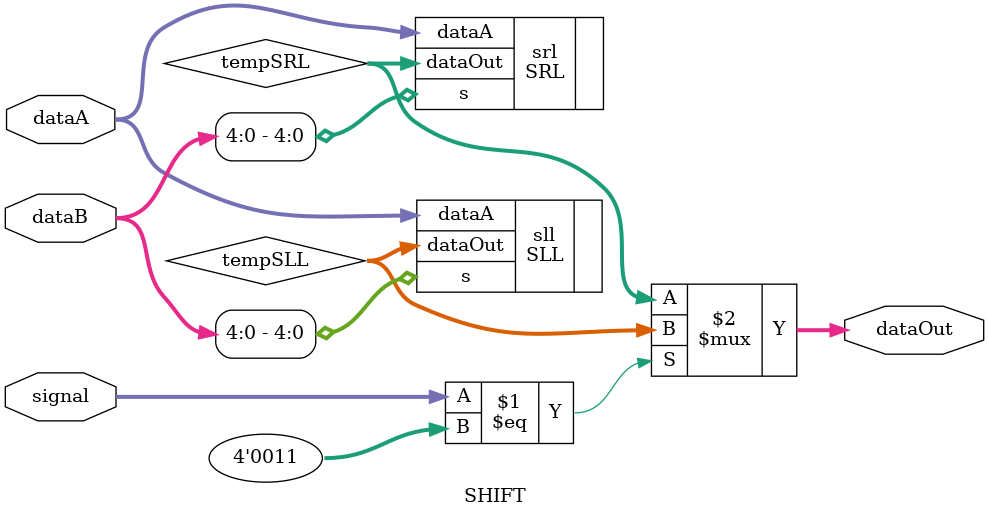
<source format=v>
module SHIFT( dataOut, dataA, dataB, signal ) ;
input [31:0] dataA, dataB ;
input [3:0]signal ;
output [31:0] dataOut ;

    parameter SLL  = 4'b0011;
    parameter SRL = 4'b0100;

wire [31:0] tempSRL, tempSLL ;
SLL sll( .dataOut( tempSLL ), .dataA( dataA ), .s( dataB[4:0] ) ) ;
SRL srl( .dataOut( tempSRL ), .dataA( dataA ), .s( dataB[4:0] ) ) ;
assign dataOut = ( signal == SLL )? tempSLL : tempSRL ;

endmodule
</source>
